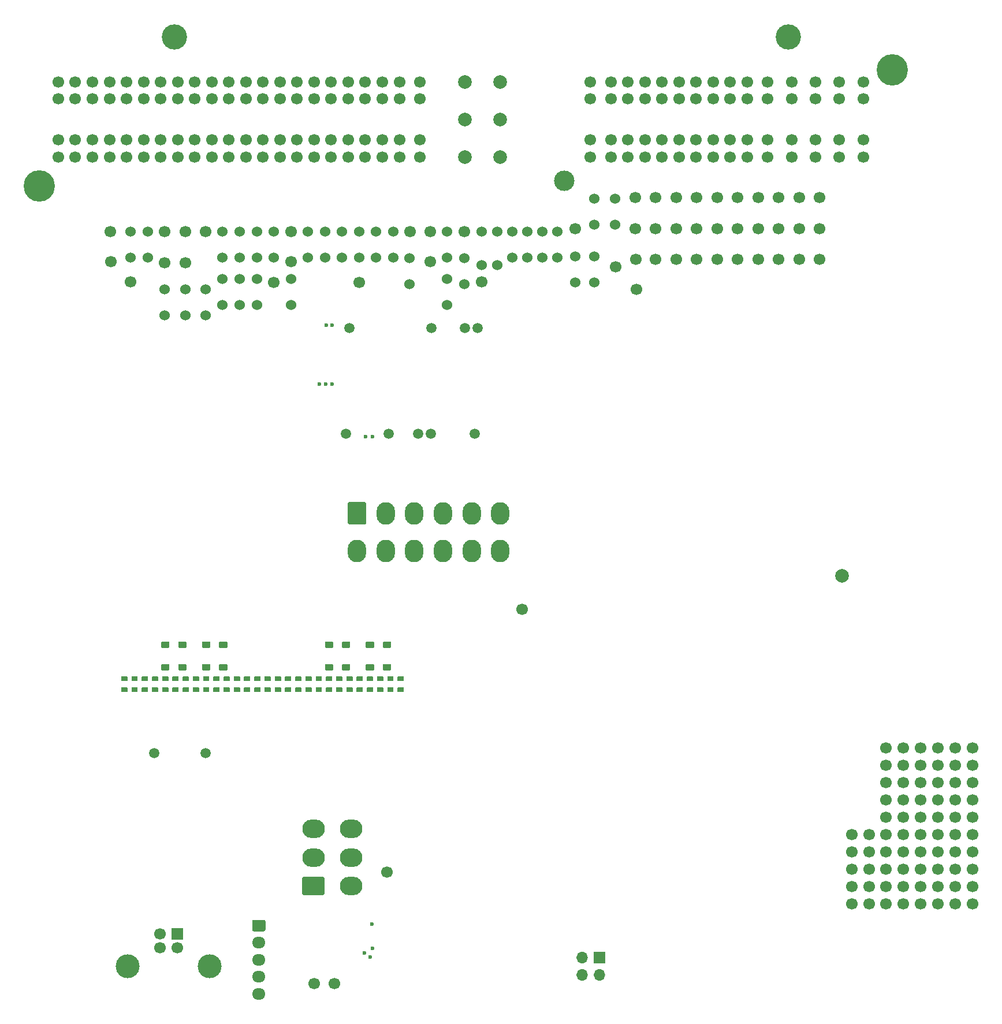
<source format=gbs>
G04 #@! TF.GenerationSoftware,KiCad,Pcbnew,8.0.2-8.0.2-0~ubuntu22.04.1*
G04 #@! TF.CreationDate,2024-05-13T18:20:47+00:00*
G04 #@! TF.ProjectId,hellen154hyundai,68656c6c-656e-4313-9534-6879756e6461,E*
G04 #@! TF.SameCoordinates,PX5f5e100PYc845880*
G04 #@! TF.FileFunction,Soldermask,Bot*
G04 #@! TF.FilePolarity,Negative*
%FSLAX46Y46*%
G04 Gerber Fmt 4.6, Leading zero omitted, Abs format (unit mm)*
G04 Created by KiCad (PCBNEW 8.0.2-8.0.2-0~ubuntu22.04.1) date 2024-05-13 18:20:47*
%MOMM*%
%LPD*%
G01*
G04 APERTURE LIST*
%ADD10C,1.700000*%
%ADD11O,1.950000X1.700000*%
%ADD12C,1.524000*%
%ADD13C,4.600000*%
%ADD14C,3.700000*%
%ADD15C,3.000000*%
%ADD16C,2.000000*%
%ADD17R,1.700000X1.700000*%
%ADD18C,3.500000*%
%ADD19O,3.300000X2.700000*%
%ADD20O,1.700000X1.700000*%
%ADD21C,1.500000*%
%ADD22C,0.600000*%
%ADD23O,2.700000X3.300000*%
%ADD24C,0.599999*%
G04 APERTURE END LIST*
D10*
G04 #@! TO.C,P37*
X104500000Y128500000D03*
G04 #@! TD*
G04 #@! TO.C,J1*
G36*
G01*
X48575000Y22650000D02*
X50025000Y22650000D01*
G75*
G02*
X50275000Y22400000I0J-250000D01*
G01*
X50275000Y21200000D01*
G75*
G02*
X50025000Y20950000I-250000J0D01*
G01*
X48575000Y20950000D01*
G75*
G02*
X48325000Y21200000I0J250000D01*
G01*
X48325000Y22400000D01*
G75*
G02*
X48575000Y22650000I250000J0D01*
G01*
G37*
D11*
X49300000Y19300000D03*
X49300000Y16800000D03*
X49300000Y14300000D03*
X49300000Y11800000D03*
G04 #@! TD*
D10*
G04 #@! TO.C,P33*
X128500000Y119500000D03*
G04 #@! TD*
G04 #@! TO.C,P46*
X113500000Y124000000D03*
G04 #@! TD*
D12*
G04 #@! TO.C,F1*
X84300000Y123500000D03*
X84300000Y118600000D03*
G04 #@! TD*
D10*
G04 #@! TO.C,P85*
X68100000Y29600000D03*
G04 #@! TD*
G04 #@! TO.C,P53*
X122500000Y128500000D03*
G04 #@! TD*
G04 #@! TO.C,G9*
X151406545Y24944788D03*
X151406545Y27484788D03*
X151406545Y30024788D03*
X151406545Y32564788D03*
X151406545Y35104788D03*
X153946545Y24944788D03*
X153946545Y27484788D03*
X153946545Y30024788D03*
X153946545Y32564788D03*
X153946545Y35104788D03*
G04 #@! TD*
G04 #@! TO.C,P14*
X79400000Y123505000D03*
G04 #@! TD*
D13*
G04 #@! TO.C,P1*
X17162500Y130250000D03*
D14*
X36912500Y152100000D03*
D15*
X94112500Y131000000D03*
D14*
X126912500Y152100000D03*
D13*
X142162500Y147250000D03*
D10*
X137912500Y145500000D03*
X134412500Y145500000D03*
X130912500Y145500000D03*
X127412500Y145500000D03*
X123912500Y145500000D03*
X120912500Y145500000D03*
X118412500Y145500000D03*
X115912500Y145500000D03*
X113412500Y145500000D03*
X110912500Y145500000D03*
X108412500Y145500000D03*
X105912500Y145500000D03*
X103412500Y145500000D03*
X100912500Y145500000D03*
X97912500Y145500000D03*
X137912500Y143000000D03*
X134412500Y143000000D03*
X130912500Y143000000D03*
X127412500Y143000000D03*
X123912500Y143000000D03*
X120912500Y143000000D03*
X118412500Y143000000D03*
X115912500Y143000000D03*
X113412500Y143000000D03*
X110912500Y143000000D03*
X108412500Y143000000D03*
X105912500Y143000000D03*
X103412500Y143000000D03*
X100912500Y143000000D03*
X97912500Y143000000D03*
X137912500Y137000000D03*
X134412500Y137000000D03*
X130912500Y137000000D03*
X127412500Y137000000D03*
X123912500Y137000000D03*
X120912500Y137000000D03*
X118412500Y137000000D03*
X115912500Y137000000D03*
X113412500Y137000000D03*
X110912500Y137000000D03*
X108412500Y137000000D03*
X105912500Y137000000D03*
X103412500Y137000000D03*
X100912500Y137000000D03*
X97912500Y137000000D03*
X137912500Y134500000D03*
X134412500Y134500000D03*
X130912500Y134500000D03*
X127412500Y134500000D03*
X123912500Y134500000D03*
X120912500Y134500000D03*
X118412500Y134500000D03*
X115912500Y134500000D03*
X113412500Y134500000D03*
X110912500Y134500000D03*
X108412500Y134500000D03*
X105912500Y134500000D03*
X103412500Y134500000D03*
X100912500Y134500000D03*
X97912500Y134500000D03*
D16*
X84712500Y145500000D03*
X79512500Y145500000D03*
X84712500Y140000000D03*
X79512500Y140000000D03*
X84712500Y134500000D03*
X79512500Y134500000D03*
D10*
X72912500Y145500000D03*
X69912500Y145500000D03*
X67412500Y145500000D03*
X64912500Y145500000D03*
X62412500Y145500000D03*
X59912500Y145500000D03*
X57412500Y145500000D03*
X54912500Y145500000D03*
X52412500Y145500000D03*
X49912500Y145500000D03*
X47412500Y145500000D03*
X44912500Y145500000D03*
X42412500Y145500000D03*
X39912500Y145500000D03*
X37412500Y145500000D03*
X34912500Y145500000D03*
X32412500Y145500000D03*
X29912500Y145500000D03*
X27412500Y145500000D03*
X24912500Y145500000D03*
X22412500Y145500000D03*
X19912500Y145500000D03*
X72912500Y143000000D03*
X69912500Y143000000D03*
X67412500Y143000000D03*
X64912500Y143000000D03*
X62412500Y143000000D03*
X59912500Y143000000D03*
X57412500Y143000000D03*
X54912500Y143000000D03*
X52412500Y143000000D03*
X49912500Y143000000D03*
X47412500Y143000000D03*
X44912500Y143000000D03*
X42412500Y143000000D03*
X39912500Y143000000D03*
X37412500Y143000000D03*
X34912500Y143000000D03*
X32412500Y143000000D03*
X29912500Y143000000D03*
X27412500Y143000000D03*
X24912500Y143000000D03*
X22412500Y143000000D03*
X19912500Y143000000D03*
X72912500Y137000000D03*
X69912500Y137000000D03*
X67412500Y137000000D03*
X64912500Y137000000D03*
X62412500Y137000000D03*
X59912500Y137000000D03*
X57412500Y137000000D03*
X54912500Y137000000D03*
X52412500Y137000000D03*
X49912500Y137000000D03*
X47412500Y137000000D03*
X44912500Y137000000D03*
X42412500Y137000000D03*
X39912500Y137000000D03*
X37412500Y137000000D03*
X34912500Y137000000D03*
X32412500Y137000000D03*
X29912500Y137000000D03*
X27412500Y137000000D03*
X24912500Y137000000D03*
X22412500Y137000000D03*
X19912500Y137000000D03*
X72912500Y134500000D03*
X69912500Y134500000D03*
X67412500Y134500000D03*
X64912500Y134500000D03*
X62412500Y134500000D03*
X59912500Y134500000D03*
X57412500Y134500000D03*
X54912500Y134500000D03*
X52412500Y134500000D03*
X49912500Y134500000D03*
X47412500Y134500000D03*
X44912500Y134500000D03*
X42412500Y134500000D03*
X39912500Y134500000D03*
X37412500Y134500000D03*
X34912500Y134500000D03*
X32412500Y134500000D03*
X29912500Y134500000D03*
X27412500Y134500000D03*
X24912500Y134500000D03*
X22412500Y134500000D03*
X19912500Y134500000D03*
G04 #@! TD*
D12*
G04 #@! TO.C,R17*
X41500000Y111295000D03*
X41500000Y115105000D03*
G04 #@! TD*
D10*
G04 #@! TO.C,P45*
X116500000Y128500000D03*
G04 #@! TD*
D12*
G04 #@! TO.C,R30*
X35500000Y111295000D03*
X35500000Y115105000D03*
G04 #@! TD*
D10*
G04 #@! TO.C,P31*
X104600000Y119500000D03*
G04 #@! TD*
G04 #@! TO.C,P87*
X60350003Y13325003D03*
G04 #@! TD*
G04 #@! TO.C,P25*
X116500000Y124000000D03*
G04 #@! TD*
G04 #@! TO.C,P3*
X82000000Y116200000D03*
G04 #@! TD*
D12*
G04 #@! TO.C,R52*
X46500000Y119695000D03*
X46500000Y123505000D03*
G04 #@! TD*
D10*
G04 #@! TO.C,P42*
X125500000Y124000000D03*
G04 #@! TD*
D12*
G04 #@! TO.C,R28*
X54000000Y112795000D03*
X54000000Y116605000D03*
G04 #@! TD*
D10*
G04 #@! TO.C,P24*
X119500000Y119500000D03*
G04 #@! TD*
D17*
G04 #@! TO.C,J40*
X37337501Y20584160D03*
D10*
X34837501Y20584160D03*
X34837501Y18584160D03*
X37337501Y18584160D03*
D18*
X42107501Y15874160D03*
X30067501Y15874160D03*
G04 #@! TD*
D10*
G04 #@! TO.C,P86*
X57450003Y13325003D03*
G04 #@! TD*
G04 #@! TO.C,G7*
X141206545Y24944788D03*
X141206545Y27484788D03*
X141206545Y30024788D03*
X141206545Y32564788D03*
X141206545Y35104788D03*
X143746545Y24944788D03*
X143746545Y27484788D03*
X143746545Y30024788D03*
X143746545Y32564788D03*
X143746545Y35104788D03*
G04 #@! TD*
G04 #@! TO.C,P10*
X27600000Y119100000D03*
G04 #@! TD*
G04 #@! TO.C,P29*
X110500000Y124000000D03*
G04 #@! TD*
G04 #@! TO.C,P41*
X128500000Y124000000D03*
G04 #@! TD*
G04 #@! TO.C,P51*
X128500000Y128500000D03*
G04 #@! TD*
D12*
G04 #@! TO.C,R32*
X76900000Y119695000D03*
X76900000Y123505000D03*
G04 #@! TD*
D10*
G04 #@! TO.C,P44*
X119500000Y128500000D03*
G04 #@! TD*
D12*
G04 #@! TO.C,R58*
X101500000Y124595000D03*
X101500000Y128405000D03*
G04 #@! TD*
D10*
G04 #@! TO.C,P13*
X35500000Y119000000D03*
G04 #@! TD*
G04 #@! TO.C,G5*
X146306545Y37644788D03*
X146306545Y40184788D03*
X146306545Y42724788D03*
X146306545Y45264788D03*
X146306545Y47804788D03*
X148846545Y37644788D03*
X148846545Y40184788D03*
X148846545Y42724788D03*
X148846545Y45264788D03*
X148846545Y47804788D03*
G04 #@! TD*
G04 #@! TO.C,P23*
X125500000Y119500000D03*
G04 #@! TD*
D12*
G04 #@! TO.C,R39*
X49000000Y112795000D03*
X49000000Y116605000D03*
G04 #@! TD*
G04 #@! TO.C,R4*
X86500000Y119690000D03*
X86500000Y123500000D03*
G04 #@! TD*
G04 #@! TO.C,R12*
X38500000Y111295000D03*
X38500000Y115105000D03*
G04 #@! TD*
D10*
G04 #@! TO.C,P18*
X41500000Y123500000D03*
G04 #@! TD*
G04 #@! TO.C,J4*
G36*
G01*
X58699999Y26250000D02*
X55900001Y26250000D01*
G75*
G02*
X55650000Y26500001I0J250001D01*
G01*
X55650000Y28699999D01*
G75*
G02*
X55900001Y28950000I250001J0D01*
G01*
X58699999Y28950000D01*
G75*
G02*
X58950000Y28699999I0J-250001D01*
G01*
X58950000Y26500001D01*
G75*
G02*
X58699999Y26250000I-250001J0D01*
G01*
G37*
D19*
X57300000Y31800000D03*
X57300000Y36000000D03*
X62800000Y27600000D03*
X62800000Y31800000D03*
X62800000Y36000000D03*
G04 #@! TD*
D10*
G04 #@! TO.C,P27*
X113500000Y119500000D03*
G04 #@! TD*
G04 #@! TO.C,P50*
X131500000Y128500000D03*
G04 #@! TD*
G04 #@! TO.C,G10*
X141206545Y37644788D03*
X141206545Y40184788D03*
X141206545Y42724788D03*
X141206545Y45264788D03*
X141206545Y47804788D03*
X143746545Y37644788D03*
X143746545Y40184788D03*
X143746545Y42724788D03*
X143746545Y45264788D03*
X143746545Y47804788D03*
G04 #@! TD*
G04 #@! TO.C,G4*
X146306545Y24944788D03*
X146306545Y27484788D03*
X146306545Y30024788D03*
X146306545Y32564788D03*
X146306545Y35104788D03*
X148846545Y24944788D03*
X148846545Y27484788D03*
X148846545Y30024788D03*
X148846545Y32564788D03*
X148846545Y35104788D03*
G04 #@! TD*
D17*
G04 #@! TO.C,J3*
X99275000Y17082843D03*
D20*
X99275000Y14542843D03*
X96735000Y17082843D03*
X96735000Y14542843D03*
G04 #@! TD*
D12*
G04 #@! TO.C,R35*
X59000000Y119695000D03*
X59000000Y123505000D03*
G04 #@! TD*
G04 #@! TO.C,R29*
X44000000Y112795000D03*
X44000000Y116605000D03*
G04 #@! TD*
G04 #@! TO.C,R53*
X44000000Y119695000D03*
X44000000Y123505000D03*
G04 #@! TD*
G04 #@! TO.C,F2*
X82000000Y123500000D03*
X82000000Y118600000D03*
G04 #@! TD*
D10*
G04 #@! TO.C,P28*
X110500000Y119500000D03*
G04 #@! TD*
D12*
G04 #@! TO.C,R55*
X95700000Y116095000D03*
X95700000Y119905000D03*
G04 #@! TD*
D10*
G04 #@! TO.C,P36*
X107500000Y124000000D03*
G04 #@! TD*
G04 #@! TO.C,P9*
X38500000Y119000000D03*
G04 #@! TD*
D21*
G04 #@! TO.C,M2*
X80950000Y93925003D03*
X74550003Y93925003D03*
X72650000Y93925003D03*
X68350000Y93925003D03*
D22*
X65950003Y93475004D03*
X64950002Y93475004D03*
D21*
X62100000Y93925003D03*
X81400002Y109425000D03*
X79550003Y109425000D03*
X74600000Y109425000D03*
X62550002Y109425000D03*
G04 #@! TD*
D10*
G04 #@! TO.C,P38*
X101600000Y118400000D03*
G04 #@! TD*
G04 #@! TO.C,P32*
X131500000Y119500000D03*
G04 #@! TD*
G04 #@! TO.C,P20*
X35500000Y123500000D03*
G04 #@! TD*
D12*
G04 #@! TO.C,R51*
X49000000Y119695000D03*
X49000000Y123505000D03*
G04 #@! TD*
G04 #@! TO.C,R36*
X56500000Y119695000D03*
X56500000Y123505000D03*
G04 #@! TD*
G04 #@! TO.C,R57*
X90900000Y119690000D03*
X90900000Y123500000D03*
G04 #@! TD*
G04 #@! TO.C,R62*
X30500000Y119690000D03*
X30500000Y123500000D03*
G04 #@! TD*
D10*
G04 #@! TO.C,P19*
X38500000Y123500000D03*
G04 #@! TD*
G04 #@! TO.C,P16*
X71500000Y123500000D03*
G04 #@! TD*
G04 #@! TO.C,P34*
X122500000Y119500000D03*
G04 #@! TD*
D21*
G04 #@! TO.C,BT1*
X41499858Y47100000D03*
X34000000Y47100000D03*
G04 #@! TD*
D12*
G04 #@! TO.C,R34*
X71400000Y115795000D03*
X71400000Y119605000D03*
G04 #@! TD*
D10*
G04 #@! TO.C,P26*
X119500000Y124000000D03*
G04 #@! TD*
G04 #@! TO.C,J2*
G36*
G01*
X62350000Y80850001D02*
X62350000Y83649999D01*
G75*
G02*
X62600001Y83900000I250001J0D01*
G01*
X64799999Y83900000D01*
G75*
G02*
X65050000Y83649999I0J-250001D01*
G01*
X65050000Y80850001D01*
G75*
G02*
X64799999Y80600000I-250001J0D01*
G01*
X62600001Y80600000D01*
G75*
G02*
X62350000Y80850001I0J250001D01*
G01*
G37*
D23*
X67900000Y82250000D03*
X72100000Y82250000D03*
X76300000Y82250000D03*
X80500000Y82250000D03*
X84700000Y82250000D03*
X63700000Y76750000D03*
X67900000Y76750000D03*
X72100000Y76750000D03*
X76300000Y76750000D03*
X80500000Y76750000D03*
X84700000Y76750000D03*
G04 #@! TD*
D10*
G04 #@! TO.C,P30*
X107500000Y119500000D03*
G04 #@! TD*
G04 #@! TO.C,P4*
X54000000Y119100000D03*
G04 #@! TD*
G04 #@! TO.C,P5*
X51500000Y116100000D03*
G04 #@! TD*
D12*
G04 #@! TO.C,R3*
X88700000Y119690000D03*
X88700000Y123500000D03*
G04 #@! TD*
D10*
G04 #@! TO.C,P11*
X64000000Y116100000D03*
G04 #@! TD*
D12*
G04 #@! TO.C,R8*
X79400000Y115795000D03*
X79400000Y119605000D03*
G04 #@! TD*
G04 #@! TO.C,R40*
X46500000Y112795000D03*
X46500000Y116605000D03*
G04 #@! TD*
G04 #@! TO.C,R59*
X98500000Y116095000D03*
X98500000Y119905000D03*
G04 #@! TD*
D10*
G04 #@! TO.C,P49*
X95700000Y124000000D03*
G04 #@! TD*
G04 #@! TO.C,P48*
X104500000Y124000000D03*
G04 #@! TD*
G04 #@! TO.C,P47*
X107500000Y128500000D03*
G04 #@! TD*
D12*
G04 #@! TO.C,R38*
X51500000Y119695000D03*
X51500000Y123505000D03*
G04 #@! TD*
G04 #@! TO.C,R9*
X66500000Y119695000D03*
X66500000Y123505000D03*
G04 #@! TD*
D10*
G04 #@! TO.C,P35*
X116500000Y119500000D03*
G04 #@! TD*
G04 #@! TO.C,P40*
X131500000Y124000000D03*
G04 #@! TD*
G04 #@! TO.C,G6*
X136212813Y24944788D03*
X136212813Y27484788D03*
X136212813Y30024788D03*
X136212813Y32564788D03*
X136212813Y35104788D03*
X138752813Y24944788D03*
X138752813Y27484788D03*
X138752813Y30024788D03*
X138752813Y32564788D03*
X138752813Y35104788D03*
G04 #@! TD*
G04 #@! TO.C,P8*
X54000000Y123500000D03*
G04 #@! TD*
G04 #@! TO.C,P39*
X104700000Y115100000D03*
G04 #@! TD*
D24*
G04 #@! TO.C,M6*
X65675002Y17225002D03*
X64800000Y17750002D03*
X65975004Y18500000D03*
X65900001Y22050001D03*
G04 #@! TD*
D10*
G04 #@! TO.C,G8*
X151406545Y37644788D03*
X151406545Y40184788D03*
X151406545Y42724788D03*
X151406545Y45264788D03*
X151406545Y47804788D03*
X153946545Y37644788D03*
X153946545Y40184788D03*
X153946545Y42724788D03*
X153946545Y45264788D03*
X153946545Y47804788D03*
G04 #@! TD*
G04 #@! TO.C,P52*
X125500000Y128500000D03*
G04 #@! TD*
D12*
G04 #@! TO.C,R46*
X69000000Y119695000D03*
X69000000Y123505000D03*
G04 #@! TD*
D10*
G04 #@! TO.C,P22*
X27500000Y123500000D03*
G04 #@! TD*
D22*
G04 #@! TO.C,M9*
X60074999Y101150000D03*
X59124999Y101150000D03*
X58175001Y101150000D03*
X59174999Y109850000D03*
X60074999Y109850000D03*
G04 #@! TD*
D10*
G04 #@! TO.C,P6*
X30500000Y116200000D03*
G04 #@! TD*
G04 #@! TO.C,P43*
X122500000Y124000000D03*
G04 #@! TD*
D12*
G04 #@! TO.C,R54*
X33000000Y119690000D03*
X33000000Y123500000D03*
G04 #@! TD*
D10*
G04 #@! TO.C,P2*
X74400000Y119100000D03*
G04 #@! TD*
D12*
G04 #@! TO.C,R22*
X76900000Y112795000D03*
X76900000Y116605000D03*
G04 #@! TD*
G04 #@! TO.C,R56*
X98500000Y124595000D03*
X98500000Y128405000D03*
G04 #@! TD*
G04 #@! TO.C,R60*
X93100000Y119690000D03*
X93100000Y123500000D03*
G04 #@! TD*
G04 #@! TO.C,R27*
X61500000Y119695000D03*
X61500000Y123505000D03*
G04 #@! TD*
D10*
G04 #@! TO.C,P15*
X74400000Y123500000D03*
G04 #@! TD*
G04 #@! TO.C,P73*
X87900000Y68200000D03*
G04 #@! TD*
G04 #@! TO.C,P55*
X110500000Y128500000D03*
G04 #@! TD*
G04 #@! TO.C,P54*
X113500000Y128500000D03*
G04 #@! TD*
D12*
G04 #@! TO.C,R47*
X64000000Y119695000D03*
X64000000Y123505000D03*
G04 #@! TD*
G04 #@! TO.C,R81*
G36*
G01*
X48705000Y58325000D02*
X49485000Y58325000D01*
G75*
G02*
X49555000Y58255000I0J-70000D01*
G01*
X49555000Y57695000D01*
G75*
G02*
X49485000Y57625000I-70000J0D01*
G01*
X48705000Y57625000D01*
G75*
G02*
X48635000Y57695000I0J70000D01*
G01*
X48635000Y58255000D01*
G75*
G02*
X48705000Y58325000I70000J0D01*
G01*
G37*
G36*
G01*
X48705000Y56725000D02*
X49485000Y56725000D01*
G75*
G02*
X49555000Y56655000I0J-70000D01*
G01*
X49555000Y56095000D01*
G75*
G02*
X49485000Y56025000I-70000J0D01*
G01*
X48705000Y56025000D01*
G75*
G02*
X48635000Y56095000I0J70000D01*
G01*
X48635000Y56655000D01*
G75*
G02*
X48705000Y56725000I70000J0D01*
G01*
G37*
G04 #@! TD*
G04 #@! TO.C,R48*
G36*
G01*
X35200000Y58325000D02*
X35980000Y58325000D01*
G75*
G02*
X36050000Y58255000I0J-70000D01*
G01*
X36050000Y57695000D01*
G75*
G02*
X35980000Y57625000I-70000J0D01*
G01*
X35200000Y57625000D01*
G75*
G02*
X35130000Y57695000I0J70000D01*
G01*
X35130000Y58255000D01*
G75*
G02*
X35200000Y58325000I70000J0D01*
G01*
G37*
G36*
G01*
X35200000Y56725000D02*
X35980000Y56725000D01*
G75*
G02*
X36050000Y56655000I0J-70000D01*
G01*
X36050000Y56095000D01*
G75*
G02*
X35980000Y56025000I-70000J0D01*
G01*
X35200000Y56025000D01*
G75*
G02*
X35130000Y56095000I0J70000D01*
G01*
X35130000Y56655000D01*
G75*
G02*
X35200000Y56725000I70000J0D01*
G01*
G37*
G04 #@! TD*
G04 #@! TO.C,R74*
G36*
G01*
X39700000Y58325000D02*
X40480000Y58325000D01*
G75*
G02*
X40550000Y58255000I0J-70000D01*
G01*
X40550000Y57695000D01*
G75*
G02*
X40480000Y57625000I-70000J0D01*
G01*
X39700000Y57625000D01*
G75*
G02*
X39630000Y57695000I0J70000D01*
G01*
X39630000Y58255000D01*
G75*
G02*
X39700000Y58325000I70000J0D01*
G01*
G37*
G36*
G01*
X39700000Y56725000D02*
X40480000Y56725000D01*
G75*
G02*
X40550000Y56655000I0J-70000D01*
G01*
X40550000Y56095000D01*
G75*
G02*
X40480000Y56025000I-70000J0D01*
G01*
X39700000Y56025000D01*
G75*
G02*
X39630000Y56095000I0J70000D01*
G01*
X39630000Y56655000D01*
G75*
G02*
X39700000Y56725000I70000J0D01*
G01*
G37*
G04 #@! TD*
G04 #@! TO.C,R26*
G36*
G01*
X29200000Y58325000D02*
X29980000Y58325000D01*
G75*
G02*
X30050000Y58255000I0J-70000D01*
G01*
X30050000Y57695000D01*
G75*
G02*
X29980000Y57625000I-70000J0D01*
G01*
X29200000Y57625000D01*
G75*
G02*
X29130000Y57695000I0J70000D01*
G01*
X29130000Y58255000D01*
G75*
G02*
X29200000Y58325000I70000J0D01*
G01*
G37*
G36*
G01*
X29200000Y56725000D02*
X29980000Y56725000D01*
G75*
G02*
X30050000Y56655000I0J-70000D01*
G01*
X30050000Y56095000D01*
G75*
G02*
X29980000Y56025000I-70000J0D01*
G01*
X29200000Y56025000D01*
G75*
G02*
X29130000Y56095000I0J70000D01*
G01*
X29130000Y56655000D01*
G75*
G02*
X29200000Y56725000I70000J0D01*
G01*
G37*
G04 #@! TD*
G04 #@! TO.C,R13*
G36*
G01*
X65205000Y58325000D02*
X65985000Y58325000D01*
G75*
G02*
X66055000Y58255000I0J-70000D01*
G01*
X66055000Y57695000D01*
G75*
G02*
X65985000Y57625000I-70000J0D01*
G01*
X65205000Y57625000D01*
G75*
G02*
X65135000Y57695000I0J70000D01*
G01*
X65135000Y58255000D01*
G75*
G02*
X65205000Y58325000I70000J0D01*
G01*
G37*
G36*
G01*
X65205000Y56725000D02*
X65985000Y56725000D01*
G75*
G02*
X66055000Y56655000I0J-70000D01*
G01*
X66055000Y56095000D01*
G75*
G02*
X65985000Y56025000I-70000J0D01*
G01*
X65205000Y56025000D01*
G75*
G02*
X65135000Y56095000I0J70000D01*
G01*
X65135000Y56655000D01*
G75*
G02*
X65205000Y56725000I70000J0D01*
G01*
G37*
G04 #@! TD*
G04 #@! TO.C,R80*
G36*
G01*
X51705000Y58325000D02*
X52485000Y58325000D01*
G75*
G02*
X52555000Y58255000I0J-70000D01*
G01*
X52555000Y57695000D01*
G75*
G02*
X52485000Y57625000I-70000J0D01*
G01*
X51705000Y57625000D01*
G75*
G02*
X51635000Y57695000I0J70000D01*
G01*
X51635000Y58255000D01*
G75*
G02*
X51705000Y58325000I70000J0D01*
G01*
G37*
G36*
G01*
X51705000Y56725000D02*
X52485000Y56725000D01*
G75*
G02*
X52555000Y56655000I0J-70000D01*
G01*
X52555000Y56095000D01*
G75*
G02*
X52485000Y56025000I-70000J0D01*
G01*
X51705000Y56025000D01*
G75*
G02*
X51635000Y56095000I0J70000D01*
G01*
X51635000Y56655000D01*
G75*
G02*
X51705000Y56725000I70000J0D01*
G01*
G37*
G04 #@! TD*
G04 #@! TO.C,D5*
G36*
G01*
X66105000Y59225000D02*
X65085000Y59225000D01*
G75*
G02*
X64995000Y59315000I0J90000D01*
G01*
X64995000Y60035000D01*
G75*
G02*
X65085000Y60125000I90000J0D01*
G01*
X66105000Y60125000D01*
G75*
G02*
X66195000Y60035000I0J-90000D01*
G01*
X66195000Y59315000D01*
G75*
G02*
X66105000Y59225000I-90000J0D01*
G01*
G37*
G36*
G01*
X66105000Y62525000D02*
X65085000Y62525000D01*
G75*
G02*
X64995000Y62615000I0J90000D01*
G01*
X64995000Y63335000D01*
G75*
G02*
X65085000Y63425000I90000J0D01*
G01*
X66105000Y63425000D01*
G75*
G02*
X66195000Y63335000I0J-90000D01*
G01*
X66195000Y62615000D01*
G75*
G02*
X66105000Y62525000I-90000J0D01*
G01*
G37*
G04 #@! TD*
G04 #@! TO.C,R50*
G36*
G01*
X60705000Y58325000D02*
X61485000Y58325000D01*
G75*
G02*
X61555000Y58255000I0J-70000D01*
G01*
X61555000Y57695000D01*
G75*
G02*
X61485000Y57625000I-70000J0D01*
G01*
X60705000Y57625000D01*
G75*
G02*
X60635000Y57695000I0J70000D01*
G01*
X60635000Y58255000D01*
G75*
G02*
X60705000Y58325000I70000J0D01*
G01*
G37*
G36*
G01*
X60705000Y56725000D02*
X61485000Y56725000D01*
G75*
G02*
X61555000Y56655000I0J-70000D01*
G01*
X61555000Y56095000D01*
G75*
G02*
X61485000Y56025000I-70000J0D01*
G01*
X60705000Y56025000D01*
G75*
G02*
X60635000Y56095000I0J70000D01*
G01*
X60635000Y56655000D01*
G75*
G02*
X60705000Y56725000I70000J0D01*
G01*
G37*
G04 #@! TD*
D16*
G04 #@! TO.C,J22*
X134800000Y73100000D03*
G04 #@! TD*
G04 #@! TO.C,R49*
G36*
G01*
X38200000Y58325000D02*
X38980000Y58325000D01*
G75*
G02*
X39050000Y58255000I0J-70000D01*
G01*
X39050000Y57695000D01*
G75*
G02*
X38980000Y57625000I-70000J0D01*
G01*
X38200000Y57625000D01*
G75*
G02*
X38130000Y57695000I0J70000D01*
G01*
X38130000Y58255000D01*
G75*
G02*
X38200000Y58325000I70000J0D01*
G01*
G37*
G36*
G01*
X38200000Y56725000D02*
X38980000Y56725000D01*
G75*
G02*
X39050000Y56655000I0J-70000D01*
G01*
X39050000Y56095000D01*
G75*
G02*
X38980000Y56025000I-70000J0D01*
G01*
X38200000Y56025000D01*
G75*
G02*
X38130000Y56095000I0J70000D01*
G01*
X38130000Y56655000D01*
G75*
G02*
X38200000Y56725000I70000J0D01*
G01*
G37*
G04 #@! TD*
G04 #@! TO.C,R70*
G36*
G01*
X57705000Y58325000D02*
X58485000Y58325000D01*
G75*
G02*
X58555000Y58255000I0J-70000D01*
G01*
X58555000Y57695000D01*
G75*
G02*
X58485000Y57625000I-70000J0D01*
G01*
X57705000Y57625000D01*
G75*
G02*
X57635000Y57695000I0J70000D01*
G01*
X57635000Y58255000D01*
G75*
G02*
X57705000Y58325000I70000J0D01*
G01*
G37*
G36*
G01*
X57705000Y56725000D02*
X58485000Y56725000D01*
G75*
G02*
X58555000Y56655000I0J-70000D01*
G01*
X58555000Y56095000D01*
G75*
G02*
X58485000Y56025000I-70000J0D01*
G01*
X57705000Y56025000D01*
G75*
G02*
X57635000Y56095000I0J70000D01*
G01*
X57635000Y56655000D01*
G75*
G02*
X57705000Y56725000I70000J0D01*
G01*
G37*
G04 #@! TD*
G04 #@! TO.C,D39*
G36*
G01*
X42100000Y59225000D02*
X41080000Y59225000D01*
G75*
G02*
X40990000Y59315000I0J90000D01*
G01*
X40990000Y60035000D01*
G75*
G02*
X41080000Y60125000I90000J0D01*
G01*
X42100000Y60125000D01*
G75*
G02*
X42190000Y60035000I0J-90000D01*
G01*
X42190000Y59315000D01*
G75*
G02*
X42100000Y59225000I-90000J0D01*
G01*
G37*
G36*
G01*
X42100000Y62525000D02*
X41080000Y62525000D01*
G75*
G02*
X40990000Y62615000I0J90000D01*
G01*
X40990000Y63335000D01*
G75*
G02*
X41080000Y63425000I90000J0D01*
G01*
X42100000Y63425000D01*
G75*
G02*
X42190000Y63335000I0J-90000D01*
G01*
X42190000Y62615000D01*
G75*
G02*
X42100000Y62525000I-90000J0D01*
G01*
G37*
G04 #@! TD*
G04 #@! TO.C,D10*
G36*
G01*
X68605000Y59225000D02*
X67585000Y59225000D01*
G75*
G02*
X67495000Y59315000I0J90000D01*
G01*
X67495000Y60035000D01*
G75*
G02*
X67585000Y60125000I90000J0D01*
G01*
X68605000Y60125000D01*
G75*
G02*
X68695000Y60035000I0J-90000D01*
G01*
X68695000Y59315000D01*
G75*
G02*
X68605000Y59225000I-90000J0D01*
G01*
G37*
G36*
G01*
X68605000Y62525000D02*
X67585000Y62525000D01*
G75*
G02*
X67495000Y62615000I0J90000D01*
G01*
X67495000Y63335000D01*
G75*
G02*
X67585000Y63425000I90000J0D01*
G01*
X68605000Y63425000D01*
G75*
G02*
X68695000Y63335000I0J-90000D01*
G01*
X68695000Y62615000D01*
G75*
G02*
X68605000Y62525000I-90000J0D01*
G01*
G37*
G04 #@! TD*
G04 #@! TO.C,D2*
G36*
G01*
X62605000Y59225000D02*
X61585000Y59225000D01*
G75*
G02*
X61495000Y59315000I0J90000D01*
G01*
X61495000Y60035000D01*
G75*
G02*
X61585000Y60125000I90000J0D01*
G01*
X62605000Y60125000D01*
G75*
G02*
X62695000Y60035000I0J-90000D01*
G01*
X62695000Y59315000D01*
G75*
G02*
X62605000Y59225000I-90000J0D01*
G01*
G37*
G36*
G01*
X62605000Y62525000D02*
X61585000Y62525000D01*
G75*
G02*
X61495000Y62615000I0J90000D01*
G01*
X61495000Y63335000D01*
G75*
G02*
X61585000Y63425000I90000J0D01*
G01*
X62605000Y63425000D01*
G75*
G02*
X62695000Y63335000I0J-90000D01*
G01*
X62695000Y62615000D01*
G75*
G02*
X62605000Y62525000I-90000J0D01*
G01*
G37*
G04 #@! TD*
G04 #@! TO.C,R61*
G36*
G01*
X66705000Y58325000D02*
X67485000Y58325000D01*
G75*
G02*
X67555000Y58255000I0J-70000D01*
G01*
X67555000Y57695000D01*
G75*
G02*
X67485000Y57625000I-70000J0D01*
G01*
X66705000Y57625000D01*
G75*
G02*
X66635000Y57695000I0J70000D01*
G01*
X66635000Y58255000D01*
G75*
G02*
X66705000Y58325000I70000J0D01*
G01*
G37*
G36*
G01*
X66705000Y56725000D02*
X67485000Y56725000D01*
G75*
G02*
X67555000Y56655000I0J-70000D01*
G01*
X67555000Y56095000D01*
G75*
G02*
X67485000Y56025000I-70000J0D01*
G01*
X66705000Y56025000D01*
G75*
G02*
X66635000Y56095000I0J70000D01*
G01*
X66635000Y56655000D01*
G75*
G02*
X66705000Y56725000I70000J0D01*
G01*
G37*
G04 #@! TD*
G04 #@! TO.C,R69*
G36*
G01*
X33700000Y58325000D02*
X34480000Y58325000D01*
G75*
G02*
X34550000Y58255000I0J-70000D01*
G01*
X34550000Y57695000D01*
G75*
G02*
X34480000Y57625000I-70000J0D01*
G01*
X33700000Y57625000D01*
G75*
G02*
X33630000Y57695000I0J70000D01*
G01*
X33630000Y58255000D01*
G75*
G02*
X33700000Y58325000I70000J0D01*
G01*
G37*
G36*
G01*
X33700000Y56725000D02*
X34480000Y56725000D01*
G75*
G02*
X34550000Y56655000I0J-70000D01*
G01*
X34550000Y56095000D01*
G75*
G02*
X34480000Y56025000I-70000J0D01*
G01*
X33700000Y56025000D01*
G75*
G02*
X33630000Y56095000I0J70000D01*
G01*
X33630000Y56655000D01*
G75*
G02*
X33700000Y56725000I70000J0D01*
G01*
G37*
G04 #@! TD*
G04 #@! TO.C,D44*
G36*
G01*
X38600000Y59225000D02*
X37580000Y59225000D01*
G75*
G02*
X37490000Y59315000I0J90000D01*
G01*
X37490000Y60035000D01*
G75*
G02*
X37580000Y60125000I90000J0D01*
G01*
X38600000Y60125000D01*
G75*
G02*
X38690000Y60035000I0J-90000D01*
G01*
X38690000Y59315000D01*
G75*
G02*
X38600000Y59225000I-90000J0D01*
G01*
G37*
G36*
G01*
X38600000Y62525000D02*
X37580000Y62525000D01*
G75*
G02*
X37490000Y62615000I0J90000D01*
G01*
X37490000Y63335000D01*
G75*
G02*
X37580000Y63425000I90000J0D01*
G01*
X38600000Y63425000D01*
G75*
G02*
X38690000Y63335000I0J-90000D01*
G01*
X38690000Y62615000D01*
G75*
G02*
X38600000Y62525000I-90000J0D01*
G01*
G37*
G04 #@! TD*
G04 #@! TO.C,R33*
G36*
G01*
X53205000Y58325000D02*
X53985000Y58325000D01*
G75*
G02*
X54055000Y58255000I0J-70000D01*
G01*
X54055000Y57695000D01*
G75*
G02*
X53985000Y57625000I-70000J0D01*
G01*
X53205000Y57625000D01*
G75*
G02*
X53135000Y57695000I0J70000D01*
G01*
X53135000Y58255000D01*
G75*
G02*
X53205000Y58325000I70000J0D01*
G01*
G37*
G36*
G01*
X53205000Y56725000D02*
X53985000Y56725000D01*
G75*
G02*
X54055000Y56655000I0J-70000D01*
G01*
X54055000Y56095000D01*
G75*
G02*
X53985000Y56025000I-70000J0D01*
G01*
X53205000Y56025000D01*
G75*
G02*
X53135000Y56095000I0J70000D01*
G01*
X53135000Y56655000D01*
G75*
G02*
X53205000Y56725000I70000J0D01*
G01*
G37*
G04 #@! TD*
G04 #@! TO.C,R45*
G36*
G01*
X69705000Y58325000D02*
X70485000Y58325000D01*
G75*
G02*
X70555000Y58255000I0J-70000D01*
G01*
X70555000Y57695000D01*
G75*
G02*
X70485000Y57625000I-70000J0D01*
G01*
X69705000Y57625000D01*
G75*
G02*
X69635000Y57695000I0J70000D01*
G01*
X69635000Y58255000D01*
G75*
G02*
X69705000Y58325000I70000J0D01*
G01*
G37*
G36*
G01*
X69705000Y56725000D02*
X70485000Y56725000D01*
G75*
G02*
X70555000Y56655000I0J-70000D01*
G01*
X70555000Y56095000D01*
G75*
G02*
X70485000Y56025000I-70000J0D01*
G01*
X69705000Y56025000D01*
G75*
G02*
X69635000Y56095000I0J70000D01*
G01*
X69635000Y56655000D01*
G75*
G02*
X69705000Y56725000I70000J0D01*
G01*
G37*
G04 #@! TD*
G04 #@! TO.C,R73*
G36*
G01*
X45700000Y58325000D02*
X46480000Y58325000D01*
G75*
G02*
X46550000Y58255000I0J-70000D01*
G01*
X46550000Y57695000D01*
G75*
G02*
X46480000Y57625000I-70000J0D01*
G01*
X45700000Y57625000D01*
G75*
G02*
X45630000Y57695000I0J70000D01*
G01*
X45630000Y58255000D01*
G75*
G02*
X45700000Y58325000I70000J0D01*
G01*
G37*
G36*
G01*
X45700000Y56725000D02*
X46480000Y56725000D01*
G75*
G02*
X46550000Y56655000I0J-70000D01*
G01*
X46550000Y56095000D01*
G75*
G02*
X46480000Y56025000I-70000J0D01*
G01*
X45700000Y56025000D01*
G75*
G02*
X45630000Y56095000I0J70000D01*
G01*
X45630000Y56655000D01*
G75*
G02*
X45700000Y56725000I70000J0D01*
G01*
G37*
G04 #@! TD*
G04 #@! TO.C,D41*
G36*
G01*
X36100000Y59225000D02*
X35080000Y59225000D01*
G75*
G02*
X34990000Y59315000I0J90000D01*
G01*
X34990000Y60035000D01*
G75*
G02*
X35080000Y60125000I90000J0D01*
G01*
X36100000Y60125000D01*
G75*
G02*
X36190000Y60035000I0J-90000D01*
G01*
X36190000Y59315000D01*
G75*
G02*
X36100000Y59225000I-90000J0D01*
G01*
G37*
G36*
G01*
X36100000Y62525000D02*
X35080000Y62525000D01*
G75*
G02*
X34990000Y62615000I0J90000D01*
G01*
X34990000Y63335000D01*
G75*
G02*
X35080000Y63425000I90000J0D01*
G01*
X36100000Y63425000D01*
G75*
G02*
X36190000Y63335000I0J-90000D01*
G01*
X36190000Y62615000D01*
G75*
G02*
X36100000Y62525000I-90000J0D01*
G01*
G37*
G04 #@! TD*
G04 #@! TO.C,R77*
G36*
G01*
X36700000Y58325000D02*
X37480000Y58325000D01*
G75*
G02*
X37550000Y58255000I0J-70000D01*
G01*
X37550000Y57695000D01*
G75*
G02*
X37480000Y57625000I-70000J0D01*
G01*
X36700000Y57625000D01*
G75*
G02*
X36630000Y57695000I0J70000D01*
G01*
X36630000Y58255000D01*
G75*
G02*
X36700000Y58325000I70000J0D01*
G01*
G37*
G36*
G01*
X36700000Y56725000D02*
X37480000Y56725000D01*
G75*
G02*
X37550000Y56655000I0J-70000D01*
G01*
X37550000Y56095000D01*
G75*
G02*
X37480000Y56025000I-70000J0D01*
G01*
X36700000Y56025000D01*
G75*
G02*
X36630000Y56095000I0J70000D01*
G01*
X36630000Y56655000D01*
G75*
G02*
X36700000Y56725000I70000J0D01*
G01*
G37*
G04 #@! TD*
G04 #@! TO.C,R42*
G36*
G01*
X44200000Y58325000D02*
X44980000Y58325000D01*
G75*
G02*
X45050000Y58255000I0J-70000D01*
G01*
X45050000Y57695000D01*
G75*
G02*
X44980000Y57625000I-70000J0D01*
G01*
X44200000Y57625000D01*
G75*
G02*
X44130000Y57695000I0J70000D01*
G01*
X44130000Y58255000D01*
G75*
G02*
X44200000Y58325000I70000J0D01*
G01*
G37*
G36*
G01*
X44200000Y56725000D02*
X44980000Y56725000D01*
G75*
G02*
X45050000Y56655000I0J-70000D01*
G01*
X45050000Y56095000D01*
G75*
G02*
X44980000Y56025000I-70000J0D01*
G01*
X44200000Y56025000D01*
G75*
G02*
X44130000Y56095000I0J70000D01*
G01*
X44130000Y56655000D01*
G75*
G02*
X44200000Y56725000I70000J0D01*
G01*
G37*
G04 #@! TD*
G04 #@! TO.C,R44*
G36*
G01*
X63705000Y58325000D02*
X64485000Y58325000D01*
G75*
G02*
X64555000Y58255000I0J-70000D01*
G01*
X64555000Y57695000D01*
G75*
G02*
X64485000Y57625000I-70000J0D01*
G01*
X63705000Y57625000D01*
G75*
G02*
X63635000Y57695000I0J70000D01*
G01*
X63635000Y58255000D01*
G75*
G02*
X63705000Y58325000I70000J0D01*
G01*
G37*
G36*
G01*
X63705000Y56725000D02*
X64485000Y56725000D01*
G75*
G02*
X64555000Y56655000I0J-70000D01*
G01*
X64555000Y56095000D01*
G75*
G02*
X64485000Y56025000I-70000J0D01*
G01*
X63705000Y56025000D01*
G75*
G02*
X63635000Y56095000I0J70000D01*
G01*
X63635000Y56655000D01*
G75*
G02*
X63705000Y56725000I70000J0D01*
G01*
G37*
G04 #@! TD*
G04 #@! TO.C,R2*
G36*
G01*
X59205000Y58325000D02*
X59985000Y58325000D01*
G75*
G02*
X60055000Y58255000I0J-70000D01*
G01*
X60055000Y57695000D01*
G75*
G02*
X59985000Y57625000I-70000J0D01*
G01*
X59205000Y57625000D01*
G75*
G02*
X59135000Y57695000I0J70000D01*
G01*
X59135000Y58255000D01*
G75*
G02*
X59205000Y58325000I70000J0D01*
G01*
G37*
G36*
G01*
X59205000Y56725000D02*
X59985000Y56725000D01*
G75*
G02*
X60055000Y56655000I0J-70000D01*
G01*
X60055000Y56095000D01*
G75*
G02*
X59985000Y56025000I-70000J0D01*
G01*
X59205000Y56025000D01*
G75*
G02*
X59135000Y56095000I0J70000D01*
G01*
X59135000Y56655000D01*
G75*
G02*
X59205000Y56725000I70000J0D01*
G01*
G37*
G04 #@! TD*
G04 #@! TO.C,D1*
G36*
G01*
X60105000Y59225000D02*
X59085000Y59225000D01*
G75*
G02*
X58995000Y59315000I0J90000D01*
G01*
X58995000Y60035000D01*
G75*
G02*
X59085000Y60125000I90000J0D01*
G01*
X60105000Y60125000D01*
G75*
G02*
X60195000Y60035000I0J-90000D01*
G01*
X60195000Y59315000D01*
G75*
G02*
X60105000Y59225000I-90000J0D01*
G01*
G37*
G36*
G01*
X60105000Y62525000D02*
X59085000Y62525000D01*
G75*
G02*
X58995000Y62615000I0J90000D01*
G01*
X58995000Y63335000D01*
G75*
G02*
X59085000Y63425000I90000J0D01*
G01*
X60105000Y63425000D01*
G75*
G02*
X60195000Y63335000I0J-90000D01*
G01*
X60195000Y62615000D01*
G75*
G02*
X60105000Y62525000I-90000J0D01*
G01*
G37*
G04 #@! TD*
G04 #@! TO.C,R75*
G36*
G01*
X42700000Y58325000D02*
X43480000Y58325000D01*
G75*
G02*
X43550000Y58255000I0J-70000D01*
G01*
X43550000Y57695000D01*
G75*
G02*
X43480000Y57625000I-70000J0D01*
G01*
X42700000Y57625000D01*
G75*
G02*
X42630000Y57695000I0J70000D01*
G01*
X42630000Y58255000D01*
G75*
G02*
X42700000Y58325000I70000J0D01*
G01*
G37*
G36*
G01*
X42700000Y56725000D02*
X43480000Y56725000D01*
G75*
G02*
X43550000Y56655000I0J-70000D01*
G01*
X43550000Y56095000D01*
G75*
G02*
X43480000Y56025000I-70000J0D01*
G01*
X42700000Y56025000D01*
G75*
G02*
X42630000Y56095000I0J70000D01*
G01*
X42630000Y56655000D01*
G75*
G02*
X42700000Y56725000I70000J0D01*
G01*
G37*
G04 #@! TD*
G04 #@! TO.C,R72*
G36*
G01*
X54705000Y58325000D02*
X55485000Y58325000D01*
G75*
G02*
X55555000Y58255000I0J-70000D01*
G01*
X55555000Y57695000D01*
G75*
G02*
X55485000Y57625000I-70000J0D01*
G01*
X54705000Y57625000D01*
G75*
G02*
X54635000Y57695000I0J70000D01*
G01*
X54635000Y58255000D01*
G75*
G02*
X54705000Y58325000I70000J0D01*
G01*
G37*
G36*
G01*
X54705000Y56725000D02*
X55485000Y56725000D01*
G75*
G02*
X55555000Y56655000I0J-70000D01*
G01*
X55555000Y56095000D01*
G75*
G02*
X55485000Y56025000I-70000J0D01*
G01*
X54705000Y56025000D01*
G75*
G02*
X54635000Y56095000I0J70000D01*
G01*
X54635000Y56655000D01*
G75*
G02*
X54705000Y56725000I70000J0D01*
G01*
G37*
G04 #@! TD*
G04 #@! TO.C,R79*
G36*
G01*
X50205000Y58325000D02*
X50985000Y58325000D01*
G75*
G02*
X51055000Y58255000I0J-70000D01*
G01*
X51055000Y57695000D01*
G75*
G02*
X50985000Y57625000I-70000J0D01*
G01*
X50205000Y57625000D01*
G75*
G02*
X50135000Y57695000I0J70000D01*
G01*
X50135000Y58255000D01*
G75*
G02*
X50205000Y58325000I70000J0D01*
G01*
G37*
G36*
G01*
X50205000Y56725000D02*
X50985000Y56725000D01*
G75*
G02*
X51055000Y56655000I0J-70000D01*
G01*
X51055000Y56095000D01*
G75*
G02*
X50985000Y56025000I-70000J0D01*
G01*
X50205000Y56025000D01*
G75*
G02*
X50135000Y56095000I0J70000D01*
G01*
X50135000Y56655000D01*
G75*
G02*
X50205000Y56725000I70000J0D01*
G01*
G37*
G04 #@! TD*
G04 #@! TO.C,R37*
G36*
G01*
X56205000Y58325000D02*
X56985000Y58325000D01*
G75*
G02*
X57055000Y58255000I0J-70000D01*
G01*
X57055000Y57695000D01*
G75*
G02*
X56985000Y57625000I-70000J0D01*
G01*
X56205000Y57625000D01*
G75*
G02*
X56135000Y57695000I0J70000D01*
G01*
X56135000Y58255000D01*
G75*
G02*
X56205000Y58325000I70000J0D01*
G01*
G37*
G36*
G01*
X56205000Y56725000D02*
X56985000Y56725000D01*
G75*
G02*
X57055000Y56655000I0J-70000D01*
G01*
X57055000Y56095000D01*
G75*
G02*
X56985000Y56025000I-70000J0D01*
G01*
X56205000Y56025000D01*
G75*
G02*
X56135000Y56095000I0J70000D01*
G01*
X56135000Y56655000D01*
G75*
G02*
X56205000Y56725000I70000J0D01*
G01*
G37*
G04 #@! TD*
G04 #@! TO.C,D40*
G36*
G01*
X44600000Y59225000D02*
X43580000Y59225000D01*
G75*
G02*
X43490000Y59315000I0J90000D01*
G01*
X43490000Y60035000D01*
G75*
G02*
X43580000Y60125000I90000J0D01*
G01*
X44600000Y60125000D01*
G75*
G02*
X44690000Y60035000I0J-90000D01*
G01*
X44690000Y59315000D01*
G75*
G02*
X44600000Y59225000I-90000J0D01*
G01*
G37*
G36*
G01*
X44600000Y62525000D02*
X43580000Y62525000D01*
G75*
G02*
X43490000Y62615000I0J90000D01*
G01*
X43490000Y63335000D01*
G75*
G02*
X43580000Y63425000I90000J0D01*
G01*
X44600000Y63425000D01*
G75*
G02*
X44690000Y63335000I0J-90000D01*
G01*
X44690000Y62615000D01*
G75*
G02*
X44600000Y62525000I-90000J0D01*
G01*
G37*
G04 #@! TD*
G04 #@! TO.C,R31*
G36*
G01*
X32200000Y58325000D02*
X32980000Y58325000D01*
G75*
G02*
X33050000Y58255000I0J-70000D01*
G01*
X33050000Y57695000D01*
G75*
G02*
X32980000Y57625000I-70000J0D01*
G01*
X32200000Y57625000D01*
G75*
G02*
X32130000Y57695000I0J70000D01*
G01*
X32130000Y58255000D01*
G75*
G02*
X32200000Y58325000I70000J0D01*
G01*
G37*
G36*
G01*
X32200000Y56725000D02*
X32980000Y56725000D01*
G75*
G02*
X33050000Y56655000I0J-70000D01*
G01*
X33050000Y56095000D01*
G75*
G02*
X32980000Y56025000I-70000J0D01*
G01*
X32200000Y56025000D01*
G75*
G02*
X32130000Y56095000I0J70000D01*
G01*
X32130000Y56655000D01*
G75*
G02*
X32200000Y56725000I70000J0D01*
G01*
G37*
G04 #@! TD*
G04 #@! TO.C,R41*
G36*
G01*
X41200000Y58325000D02*
X41980000Y58325000D01*
G75*
G02*
X42050000Y58255000I0J-70000D01*
G01*
X42050000Y57695000D01*
G75*
G02*
X41980000Y57625000I-70000J0D01*
G01*
X41200000Y57625000D01*
G75*
G02*
X41130000Y57695000I0J70000D01*
G01*
X41130000Y58255000D01*
G75*
G02*
X41200000Y58325000I70000J0D01*
G01*
G37*
G36*
G01*
X41200000Y56725000D02*
X41980000Y56725000D01*
G75*
G02*
X42050000Y56655000I0J-70000D01*
G01*
X42050000Y56095000D01*
G75*
G02*
X41980000Y56025000I-70000J0D01*
G01*
X41200000Y56025000D01*
G75*
G02*
X41130000Y56095000I0J70000D01*
G01*
X41130000Y56655000D01*
G75*
G02*
X41200000Y56725000I70000J0D01*
G01*
G37*
G04 #@! TD*
G04 #@! TO.C,R71*
G36*
G01*
X30700000Y58325000D02*
X31480000Y58325000D01*
G75*
G02*
X31550000Y58255000I0J-70000D01*
G01*
X31550000Y57695000D01*
G75*
G02*
X31480000Y57625000I-70000J0D01*
G01*
X30700000Y57625000D01*
G75*
G02*
X30630000Y57695000I0J70000D01*
G01*
X30630000Y58255000D01*
G75*
G02*
X30700000Y58325000I70000J0D01*
G01*
G37*
G36*
G01*
X30700000Y56725000D02*
X31480000Y56725000D01*
G75*
G02*
X31550000Y56655000I0J-70000D01*
G01*
X31550000Y56095000D01*
G75*
G02*
X31480000Y56025000I-70000J0D01*
G01*
X30700000Y56025000D01*
G75*
G02*
X30630000Y56095000I0J70000D01*
G01*
X30630000Y56655000D01*
G75*
G02*
X30700000Y56725000I70000J0D01*
G01*
G37*
G04 #@! TD*
G04 #@! TO.C,R43*
G36*
G01*
X68205000Y58325000D02*
X68985000Y58325000D01*
G75*
G02*
X69055000Y58255000I0J-70000D01*
G01*
X69055000Y57695000D01*
G75*
G02*
X68985000Y57625000I-70000J0D01*
G01*
X68205000Y57625000D01*
G75*
G02*
X68135000Y57695000I0J70000D01*
G01*
X68135000Y58255000D01*
G75*
G02*
X68205000Y58325000I70000J0D01*
G01*
G37*
G36*
G01*
X68205000Y56725000D02*
X68985000Y56725000D01*
G75*
G02*
X69055000Y56655000I0J-70000D01*
G01*
X69055000Y56095000D01*
G75*
G02*
X68985000Y56025000I-70000J0D01*
G01*
X68205000Y56025000D01*
G75*
G02*
X68135000Y56095000I0J70000D01*
G01*
X68135000Y56655000D01*
G75*
G02*
X68205000Y56725000I70000J0D01*
G01*
G37*
G04 #@! TD*
G04 #@! TO.C,R78*
G36*
G01*
X47205000Y58325000D02*
X47985000Y58325000D01*
G75*
G02*
X48055000Y58255000I0J-70000D01*
G01*
X48055000Y57695000D01*
G75*
G02*
X47985000Y57625000I-70000J0D01*
G01*
X47205000Y57625000D01*
G75*
G02*
X47135000Y57695000I0J70000D01*
G01*
X47135000Y58255000D01*
G75*
G02*
X47205000Y58325000I70000J0D01*
G01*
G37*
G36*
G01*
X47205000Y56725000D02*
X47985000Y56725000D01*
G75*
G02*
X48055000Y56655000I0J-70000D01*
G01*
X48055000Y56095000D01*
G75*
G02*
X47985000Y56025000I-70000J0D01*
G01*
X47205000Y56025000D01*
G75*
G02*
X47135000Y56095000I0J70000D01*
G01*
X47135000Y56655000D01*
G75*
G02*
X47205000Y56725000I70000J0D01*
G01*
G37*
G04 #@! TD*
G04 #@! TO.C,R5*
G36*
G01*
X62205000Y58325000D02*
X62985000Y58325000D01*
G75*
G02*
X63055000Y58255000I0J-70000D01*
G01*
X63055000Y57695000D01*
G75*
G02*
X62985000Y57625000I-70000J0D01*
G01*
X62205000Y57625000D01*
G75*
G02*
X62135000Y57695000I0J70000D01*
G01*
X62135000Y58255000D01*
G75*
G02*
X62205000Y58325000I70000J0D01*
G01*
G37*
G36*
G01*
X62205000Y56725000D02*
X62985000Y56725000D01*
G75*
G02*
X63055000Y56655000I0J-70000D01*
G01*
X63055000Y56095000D01*
G75*
G02*
X62985000Y56025000I-70000J0D01*
G01*
X62205000Y56025000D01*
G75*
G02*
X62135000Y56095000I0J70000D01*
G01*
X62135000Y56655000D01*
G75*
G02*
X62205000Y56725000I70000J0D01*
G01*
G37*
G04 #@! TD*
M02*

</source>
